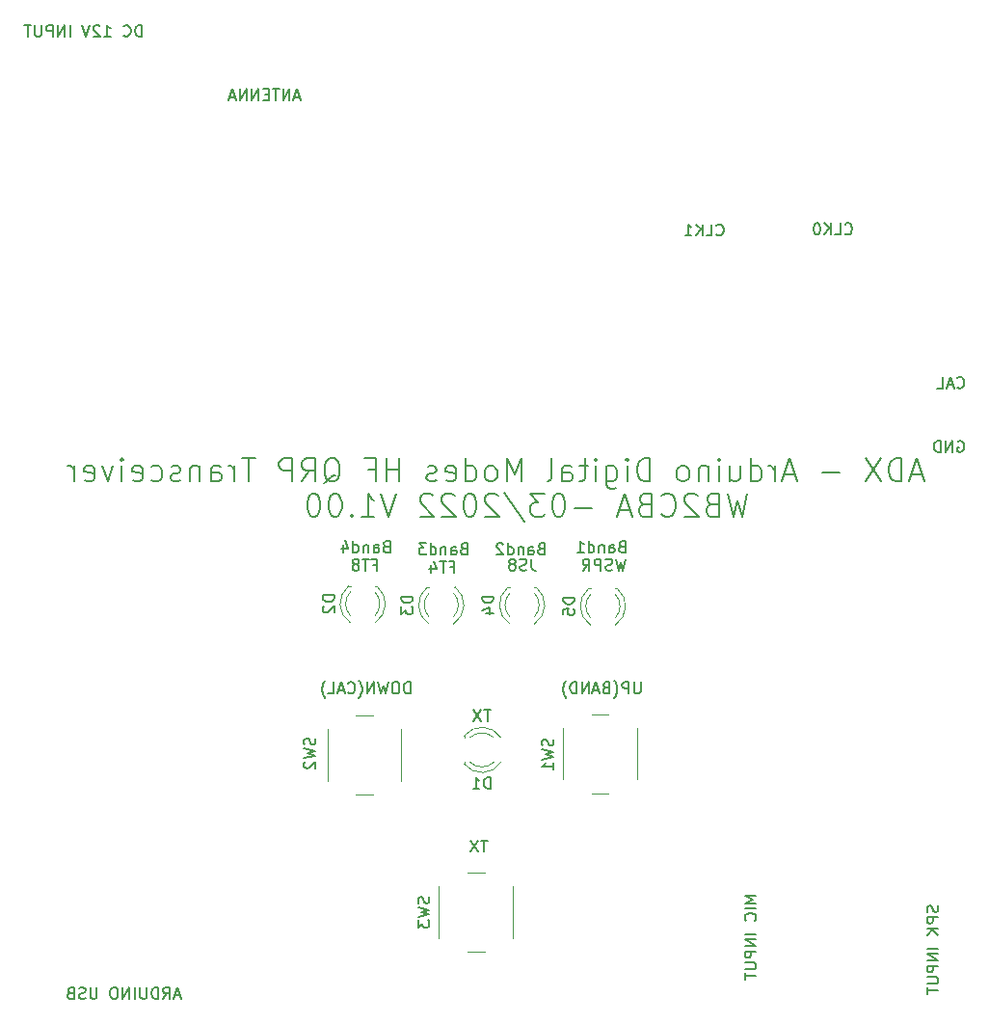
<source format=gbo>
G04 #@! TF.GenerationSoftware,KiCad,Pcbnew,(5.1.9)-1*
G04 #@! TF.CreationDate,2022-03-10T18:33:41-05:00*
G04 #@! TF.ProjectId,ADX,4144582e-6b69-4636-9164-5f7063625858,rev?*
G04 #@! TF.SameCoordinates,Original*
G04 #@! TF.FileFunction,Legend,Bot*
G04 #@! TF.FilePolarity,Positive*
%FSLAX46Y46*%
G04 Gerber Fmt 4.6, Leading zero omitted, Abs format (unit mm)*
G04 Created by KiCad (PCBNEW (5.1.9)-1) date 2022-03-10 18:33:41*
%MOMM*%
%LPD*%
G01*
G04 APERTURE LIST*
%ADD10C,0.150000*%
%ADD11C,0.120000*%
G04 APERTURE END LIST*
D10*
X128471428Y-41757142D02*
X128519047Y-41804761D01*
X128661904Y-41852380D01*
X128757142Y-41852380D01*
X128900000Y-41804761D01*
X128995238Y-41709523D01*
X129042857Y-41614285D01*
X129090476Y-41423809D01*
X129090476Y-41280952D01*
X129042857Y-41090476D01*
X128995238Y-40995238D01*
X128900000Y-40900000D01*
X128757142Y-40852380D01*
X128661904Y-40852380D01*
X128519047Y-40900000D01*
X128471428Y-40947619D01*
X127566666Y-41852380D02*
X128042857Y-41852380D01*
X128042857Y-40852380D01*
X127233333Y-41852380D02*
X127233333Y-40852380D01*
X126661904Y-41852380D02*
X127090476Y-41280952D01*
X126661904Y-40852380D02*
X127233333Y-41423809D01*
X125709523Y-41852380D02*
X126280952Y-41852380D01*
X125995238Y-41852380D02*
X125995238Y-40852380D01*
X126090476Y-40995238D01*
X126185714Y-41090476D01*
X126280952Y-41138095D01*
X139771428Y-41657142D02*
X139819047Y-41704761D01*
X139961904Y-41752380D01*
X140057142Y-41752380D01*
X140200000Y-41704761D01*
X140295238Y-41609523D01*
X140342857Y-41514285D01*
X140390476Y-41323809D01*
X140390476Y-41180952D01*
X140342857Y-40990476D01*
X140295238Y-40895238D01*
X140200000Y-40800000D01*
X140057142Y-40752380D01*
X139961904Y-40752380D01*
X139819047Y-40800000D01*
X139771428Y-40847619D01*
X138866666Y-41752380D02*
X139342857Y-41752380D01*
X139342857Y-40752380D01*
X138533333Y-41752380D02*
X138533333Y-40752380D01*
X137961904Y-41752380D02*
X138390476Y-41180952D01*
X137961904Y-40752380D02*
X138533333Y-41323809D01*
X137342857Y-40752380D02*
X137247619Y-40752380D01*
X137152380Y-40800000D01*
X137104761Y-40847619D01*
X137057142Y-40942857D01*
X137009523Y-41133333D01*
X137009523Y-41371428D01*
X137057142Y-41561904D01*
X137104761Y-41657142D01*
X137152380Y-41704761D01*
X137247619Y-41752380D01*
X137342857Y-41752380D01*
X137438095Y-41704761D01*
X137485714Y-41657142D01*
X137533333Y-41561904D01*
X137580952Y-41371428D01*
X137580952Y-41133333D01*
X137533333Y-40942857D01*
X137485714Y-40847619D01*
X137438095Y-40800000D01*
X137342857Y-40752380D01*
X81328571Y-108566666D02*
X80852380Y-108566666D01*
X81423809Y-108852380D02*
X81090476Y-107852380D01*
X80757142Y-108852380D01*
X79852380Y-108852380D02*
X80185714Y-108376190D01*
X80423809Y-108852380D02*
X80423809Y-107852380D01*
X80042857Y-107852380D01*
X79947619Y-107900000D01*
X79900000Y-107947619D01*
X79852380Y-108042857D01*
X79852380Y-108185714D01*
X79900000Y-108280952D01*
X79947619Y-108328571D01*
X80042857Y-108376190D01*
X80423809Y-108376190D01*
X79423809Y-108852380D02*
X79423809Y-107852380D01*
X79185714Y-107852380D01*
X79042857Y-107900000D01*
X78947619Y-107995238D01*
X78900000Y-108090476D01*
X78852380Y-108280952D01*
X78852380Y-108423809D01*
X78900000Y-108614285D01*
X78947619Y-108709523D01*
X79042857Y-108804761D01*
X79185714Y-108852380D01*
X79423809Y-108852380D01*
X78423809Y-107852380D02*
X78423809Y-108661904D01*
X78376190Y-108757142D01*
X78328571Y-108804761D01*
X78233333Y-108852380D01*
X78042857Y-108852380D01*
X77947619Y-108804761D01*
X77900000Y-108757142D01*
X77852380Y-108661904D01*
X77852380Y-107852380D01*
X77376190Y-108852380D02*
X77376190Y-107852380D01*
X76900000Y-108852380D02*
X76900000Y-107852380D01*
X76328571Y-108852380D01*
X76328571Y-107852380D01*
X75661904Y-107852380D02*
X75471428Y-107852380D01*
X75376190Y-107900000D01*
X75280952Y-107995238D01*
X75233333Y-108185714D01*
X75233333Y-108519047D01*
X75280952Y-108709523D01*
X75376190Y-108804761D01*
X75471428Y-108852380D01*
X75661904Y-108852380D01*
X75757142Y-108804761D01*
X75852380Y-108709523D01*
X75900000Y-108519047D01*
X75900000Y-108185714D01*
X75852380Y-107995238D01*
X75757142Y-107900000D01*
X75661904Y-107852380D01*
X74042857Y-107852380D02*
X74042857Y-108661904D01*
X73995238Y-108757142D01*
X73947619Y-108804761D01*
X73852380Y-108852380D01*
X73661904Y-108852380D01*
X73566666Y-108804761D01*
X73519047Y-108757142D01*
X73471428Y-108661904D01*
X73471428Y-107852380D01*
X73042857Y-108804761D02*
X72900000Y-108852380D01*
X72661904Y-108852380D01*
X72566666Y-108804761D01*
X72519047Y-108757142D01*
X72471428Y-108661904D01*
X72471428Y-108566666D01*
X72519047Y-108471428D01*
X72566666Y-108423809D01*
X72661904Y-108376190D01*
X72852380Y-108328571D01*
X72947619Y-108280952D01*
X72995238Y-108233333D01*
X73042857Y-108138095D01*
X73042857Y-108042857D01*
X72995238Y-107947619D01*
X72947619Y-107900000D01*
X72852380Y-107852380D01*
X72614285Y-107852380D01*
X72471428Y-107900000D01*
X71709523Y-108328571D02*
X71566666Y-108376190D01*
X71519047Y-108423809D01*
X71471428Y-108519047D01*
X71471428Y-108661904D01*
X71519047Y-108757142D01*
X71566666Y-108804761D01*
X71661904Y-108852380D01*
X72042857Y-108852380D01*
X72042857Y-107852380D01*
X71709523Y-107852380D01*
X71614285Y-107900000D01*
X71566666Y-107947619D01*
X71519047Y-108042857D01*
X71519047Y-108138095D01*
X71566666Y-108233333D01*
X71614285Y-108280952D01*
X71709523Y-108328571D01*
X72042857Y-108328571D01*
X147904761Y-100666666D02*
X147952380Y-100809523D01*
X147952380Y-101047619D01*
X147904761Y-101142857D01*
X147857142Y-101190476D01*
X147761904Y-101238095D01*
X147666666Y-101238095D01*
X147571428Y-101190476D01*
X147523809Y-101142857D01*
X147476190Y-101047619D01*
X147428571Y-100857142D01*
X147380952Y-100761904D01*
X147333333Y-100714285D01*
X147238095Y-100666666D01*
X147142857Y-100666666D01*
X147047619Y-100714285D01*
X147000000Y-100761904D01*
X146952380Y-100857142D01*
X146952380Y-101095238D01*
X147000000Y-101238095D01*
X147952380Y-101666666D02*
X146952380Y-101666666D01*
X146952380Y-102047619D01*
X147000000Y-102142857D01*
X147047619Y-102190476D01*
X147142857Y-102238095D01*
X147285714Y-102238095D01*
X147380952Y-102190476D01*
X147428571Y-102142857D01*
X147476190Y-102047619D01*
X147476190Y-101666666D01*
X147952380Y-102666666D02*
X146952380Y-102666666D01*
X147952380Y-103238095D02*
X147380952Y-102809523D01*
X146952380Y-103238095D02*
X147523809Y-102666666D01*
X147952380Y-104428571D02*
X146952380Y-104428571D01*
X147952380Y-104904761D02*
X146952380Y-104904761D01*
X147952380Y-105476190D01*
X146952380Y-105476190D01*
X147952380Y-105952380D02*
X146952380Y-105952380D01*
X146952380Y-106333333D01*
X147000000Y-106428571D01*
X147047619Y-106476190D01*
X147142857Y-106523809D01*
X147285714Y-106523809D01*
X147380952Y-106476190D01*
X147428571Y-106428571D01*
X147476190Y-106333333D01*
X147476190Y-105952380D01*
X146952380Y-106952380D02*
X147761904Y-106952380D01*
X147857142Y-107000000D01*
X147904761Y-107047619D01*
X147952380Y-107142857D01*
X147952380Y-107333333D01*
X147904761Y-107428571D01*
X147857142Y-107476190D01*
X147761904Y-107523809D01*
X146952380Y-107523809D01*
X146952380Y-107857142D02*
X146952380Y-108428571D01*
X147952380Y-108142857D02*
X146952380Y-108142857D01*
X131952380Y-99780952D02*
X130952380Y-99780952D01*
X131666666Y-100114285D01*
X130952380Y-100447619D01*
X131952380Y-100447619D01*
X131952380Y-100923809D02*
X130952380Y-100923809D01*
X131857142Y-101971428D02*
X131904761Y-101923809D01*
X131952380Y-101780952D01*
X131952380Y-101685714D01*
X131904761Y-101542857D01*
X131809523Y-101447619D01*
X131714285Y-101400000D01*
X131523809Y-101352380D01*
X131380952Y-101352380D01*
X131190476Y-101400000D01*
X131095238Y-101447619D01*
X131000000Y-101542857D01*
X130952380Y-101685714D01*
X130952380Y-101780952D01*
X131000000Y-101923809D01*
X131047619Y-101971428D01*
X131952380Y-103161904D02*
X130952380Y-103161904D01*
X131952380Y-103638095D02*
X130952380Y-103638095D01*
X131952380Y-104209523D01*
X130952380Y-104209523D01*
X131952380Y-104685714D02*
X130952380Y-104685714D01*
X130952380Y-105066666D01*
X131000000Y-105161904D01*
X131047619Y-105209523D01*
X131142857Y-105257142D01*
X131285714Y-105257142D01*
X131380952Y-105209523D01*
X131428571Y-105161904D01*
X131476190Y-105066666D01*
X131476190Y-104685714D01*
X130952380Y-105685714D02*
X131761904Y-105685714D01*
X131857142Y-105733333D01*
X131904761Y-105780952D01*
X131952380Y-105876190D01*
X131952380Y-106066666D01*
X131904761Y-106161904D01*
X131857142Y-106209523D01*
X131761904Y-106257142D01*
X130952380Y-106257142D01*
X130952380Y-106590476D02*
X130952380Y-107161904D01*
X131952380Y-106876190D02*
X130952380Y-106876190D01*
X77971428Y-24352380D02*
X77971428Y-23352380D01*
X77733333Y-23352380D01*
X77590476Y-23400000D01*
X77495238Y-23495238D01*
X77447619Y-23590476D01*
X77400000Y-23780952D01*
X77400000Y-23923809D01*
X77447619Y-24114285D01*
X77495238Y-24209523D01*
X77590476Y-24304761D01*
X77733333Y-24352380D01*
X77971428Y-24352380D01*
X76400000Y-24257142D02*
X76447619Y-24304761D01*
X76590476Y-24352380D01*
X76685714Y-24352380D01*
X76828571Y-24304761D01*
X76923809Y-24209523D01*
X76971428Y-24114285D01*
X77019047Y-23923809D01*
X77019047Y-23780952D01*
X76971428Y-23590476D01*
X76923809Y-23495238D01*
X76828571Y-23400000D01*
X76685714Y-23352380D01*
X76590476Y-23352380D01*
X76447619Y-23400000D01*
X76400000Y-23447619D01*
X74685714Y-24352380D02*
X75257142Y-24352380D01*
X74971428Y-24352380D02*
X74971428Y-23352380D01*
X75066666Y-23495238D01*
X75161904Y-23590476D01*
X75257142Y-23638095D01*
X74304761Y-23447619D02*
X74257142Y-23400000D01*
X74161904Y-23352380D01*
X73923809Y-23352380D01*
X73828571Y-23400000D01*
X73780952Y-23447619D01*
X73733333Y-23542857D01*
X73733333Y-23638095D01*
X73780952Y-23780952D01*
X74352380Y-24352380D01*
X73733333Y-24352380D01*
X73447619Y-23352380D02*
X73114285Y-24352380D01*
X72780952Y-23352380D01*
X71685714Y-24352380D02*
X71685714Y-23352380D01*
X71209523Y-24352380D02*
X71209523Y-23352380D01*
X70638095Y-24352380D01*
X70638095Y-23352380D01*
X70161904Y-24352380D02*
X70161904Y-23352380D01*
X69780952Y-23352380D01*
X69685714Y-23400000D01*
X69638095Y-23447619D01*
X69590476Y-23542857D01*
X69590476Y-23685714D01*
X69638095Y-23780952D01*
X69685714Y-23828571D01*
X69780952Y-23876190D01*
X70161904Y-23876190D01*
X69161904Y-23352380D02*
X69161904Y-24161904D01*
X69114285Y-24257142D01*
X69066666Y-24304761D01*
X68971428Y-24352380D01*
X68780952Y-24352380D01*
X68685714Y-24304761D01*
X68638095Y-24257142D01*
X68590476Y-24161904D01*
X68590476Y-23352380D01*
X68257142Y-23352380D02*
X67685714Y-23352380D01*
X67971428Y-24352380D02*
X67971428Y-23352380D01*
X91871428Y-29666666D02*
X91395238Y-29666666D01*
X91966666Y-29952380D02*
X91633333Y-28952380D01*
X91300000Y-29952380D01*
X90966666Y-29952380D02*
X90966666Y-28952380D01*
X90395238Y-29952380D01*
X90395238Y-28952380D01*
X90061904Y-28952380D02*
X89490476Y-28952380D01*
X89776190Y-29952380D02*
X89776190Y-28952380D01*
X89157142Y-29428571D02*
X88823809Y-29428571D01*
X88680952Y-29952380D02*
X89157142Y-29952380D01*
X89157142Y-28952380D01*
X88680952Y-28952380D01*
X88252380Y-29952380D02*
X88252380Y-28952380D01*
X87680952Y-29952380D01*
X87680952Y-28952380D01*
X87204761Y-29952380D02*
X87204761Y-28952380D01*
X86633333Y-29952380D01*
X86633333Y-28952380D01*
X86204761Y-29666666D02*
X85728571Y-29666666D01*
X86300000Y-29952380D02*
X85966666Y-28952380D01*
X85633333Y-29952380D01*
X149661904Y-59900000D02*
X149757142Y-59852380D01*
X149900000Y-59852380D01*
X150042857Y-59900000D01*
X150138095Y-59995238D01*
X150185714Y-60090476D01*
X150233333Y-60280952D01*
X150233333Y-60423809D01*
X150185714Y-60614285D01*
X150138095Y-60709523D01*
X150042857Y-60804761D01*
X149900000Y-60852380D01*
X149804761Y-60852380D01*
X149661904Y-60804761D01*
X149614285Y-60757142D01*
X149614285Y-60423809D01*
X149804761Y-60423809D01*
X149185714Y-60852380D02*
X149185714Y-59852380D01*
X148614285Y-60852380D01*
X148614285Y-59852380D01*
X148138095Y-60852380D02*
X148138095Y-59852380D01*
X147900000Y-59852380D01*
X147757142Y-59900000D01*
X147661904Y-59995238D01*
X147614285Y-60090476D01*
X147566666Y-60280952D01*
X147566666Y-60423809D01*
X147614285Y-60614285D01*
X147661904Y-60709523D01*
X147757142Y-60804761D01*
X147900000Y-60852380D01*
X148138095Y-60852380D01*
X149623809Y-55157142D02*
X149671428Y-55204761D01*
X149814285Y-55252380D01*
X149909523Y-55252380D01*
X150052380Y-55204761D01*
X150147619Y-55109523D01*
X150195238Y-55014285D01*
X150242857Y-54823809D01*
X150242857Y-54680952D01*
X150195238Y-54490476D01*
X150147619Y-54395238D01*
X150052380Y-54300000D01*
X149909523Y-54252380D01*
X149814285Y-54252380D01*
X149671428Y-54300000D01*
X149623809Y-54347619D01*
X149242857Y-54966666D02*
X148766666Y-54966666D01*
X149338095Y-55252380D02*
X149004761Y-54252380D01*
X148671428Y-55252380D01*
X147861904Y-55252380D02*
X148338095Y-55252380D01*
X148338095Y-54252380D01*
X131180952Y-64504761D02*
X130704761Y-66504761D01*
X130323809Y-65076190D01*
X129942857Y-66504761D01*
X129466666Y-64504761D01*
X128038095Y-65457142D02*
X127752380Y-65552380D01*
X127657142Y-65647619D01*
X127561904Y-65838095D01*
X127561904Y-66123809D01*
X127657142Y-66314285D01*
X127752380Y-66409523D01*
X127942857Y-66504761D01*
X128704761Y-66504761D01*
X128704761Y-64504761D01*
X128038095Y-64504761D01*
X127847619Y-64600000D01*
X127752380Y-64695238D01*
X127657142Y-64885714D01*
X127657142Y-65076190D01*
X127752380Y-65266666D01*
X127847619Y-65361904D01*
X128038095Y-65457142D01*
X128704761Y-65457142D01*
X126800000Y-64695238D02*
X126704761Y-64600000D01*
X126514285Y-64504761D01*
X126038095Y-64504761D01*
X125847619Y-64600000D01*
X125752380Y-64695238D01*
X125657142Y-64885714D01*
X125657142Y-65076190D01*
X125752380Y-65361904D01*
X126895238Y-66504761D01*
X125657142Y-66504761D01*
X123657142Y-66314285D02*
X123752380Y-66409523D01*
X124038095Y-66504761D01*
X124228571Y-66504761D01*
X124514285Y-66409523D01*
X124704761Y-66219047D01*
X124800000Y-66028571D01*
X124895238Y-65647619D01*
X124895238Y-65361904D01*
X124800000Y-64980952D01*
X124704761Y-64790476D01*
X124514285Y-64600000D01*
X124228571Y-64504761D01*
X124038095Y-64504761D01*
X123752380Y-64600000D01*
X123657142Y-64695238D01*
X122133333Y-65457142D02*
X121847619Y-65552380D01*
X121752380Y-65647619D01*
X121657142Y-65838095D01*
X121657142Y-66123809D01*
X121752380Y-66314285D01*
X121847619Y-66409523D01*
X122038095Y-66504761D01*
X122800000Y-66504761D01*
X122800000Y-64504761D01*
X122133333Y-64504761D01*
X121942857Y-64600000D01*
X121847619Y-64695238D01*
X121752380Y-64885714D01*
X121752380Y-65076190D01*
X121847619Y-65266666D01*
X121942857Y-65361904D01*
X122133333Y-65457142D01*
X122800000Y-65457142D01*
X120895238Y-65933333D02*
X119942857Y-65933333D01*
X121085714Y-66504761D02*
X120419047Y-64504761D01*
X119752380Y-66504761D01*
X117561904Y-65742857D02*
X116038095Y-65742857D01*
X114704761Y-64504761D02*
X114514285Y-64504761D01*
X114323809Y-64600000D01*
X114228571Y-64695238D01*
X114133333Y-64885714D01*
X114038095Y-65266666D01*
X114038095Y-65742857D01*
X114133333Y-66123809D01*
X114228571Y-66314285D01*
X114323809Y-66409523D01*
X114514285Y-66504761D01*
X114704761Y-66504761D01*
X114895238Y-66409523D01*
X114990476Y-66314285D01*
X115085714Y-66123809D01*
X115180952Y-65742857D01*
X115180952Y-65266666D01*
X115085714Y-64885714D01*
X114990476Y-64695238D01*
X114895238Y-64600000D01*
X114704761Y-64504761D01*
X113371428Y-64504761D02*
X112133333Y-64504761D01*
X112800000Y-65266666D01*
X112514285Y-65266666D01*
X112323809Y-65361904D01*
X112228571Y-65457142D01*
X112133333Y-65647619D01*
X112133333Y-66123809D01*
X112228571Y-66314285D01*
X112323809Y-66409523D01*
X112514285Y-66504761D01*
X113085714Y-66504761D01*
X113276190Y-66409523D01*
X113371428Y-66314285D01*
X109847619Y-64409523D02*
X111561904Y-66980952D01*
X109276190Y-64695238D02*
X109180952Y-64600000D01*
X108990476Y-64504761D01*
X108514285Y-64504761D01*
X108323809Y-64600000D01*
X108228571Y-64695238D01*
X108133333Y-64885714D01*
X108133333Y-65076190D01*
X108228571Y-65361904D01*
X109371428Y-66504761D01*
X108133333Y-66504761D01*
X106895238Y-64504761D02*
X106704761Y-64504761D01*
X106514285Y-64600000D01*
X106419047Y-64695238D01*
X106323809Y-64885714D01*
X106228571Y-65266666D01*
X106228571Y-65742857D01*
X106323809Y-66123809D01*
X106419047Y-66314285D01*
X106514285Y-66409523D01*
X106704761Y-66504761D01*
X106895238Y-66504761D01*
X107085714Y-66409523D01*
X107180952Y-66314285D01*
X107276190Y-66123809D01*
X107371428Y-65742857D01*
X107371428Y-65266666D01*
X107276190Y-64885714D01*
X107180952Y-64695238D01*
X107085714Y-64600000D01*
X106895238Y-64504761D01*
X105466666Y-64695238D02*
X105371428Y-64600000D01*
X105180952Y-64504761D01*
X104704761Y-64504761D01*
X104514285Y-64600000D01*
X104419047Y-64695238D01*
X104323809Y-64885714D01*
X104323809Y-65076190D01*
X104419047Y-65361904D01*
X105561904Y-66504761D01*
X104323809Y-66504761D01*
X103561904Y-64695238D02*
X103466666Y-64600000D01*
X103276190Y-64504761D01*
X102800000Y-64504761D01*
X102609523Y-64600000D01*
X102514285Y-64695238D01*
X102419047Y-64885714D01*
X102419047Y-65076190D01*
X102514285Y-65361904D01*
X103657142Y-66504761D01*
X102419047Y-66504761D01*
X100323809Y-64504761D02*
X99657142Y-66504761D01*
X98990476Y-64504761D01*
X97276190Y-66504761D02*
X98419047Y-66504761D01*
X97847619Y-66504761D02*
X97847619Y-64504761D01*
X98038095Y-64790476D01*
X98228571Y-64980952D01*
X98419047Y-65076190D01*
X96419047Y-66314285D02*
X96323809Y-66409523D01*
X96419047Y-66504761D01*
X96514285Y-66409523D01*
X96419047Y-66314285D01*
X96419047Y-66504761D01*
X95085714Y-64504761D02*
X94895238Y-64504761D01*
X94704761Y-64600000D01*
X94609523Y-64695238D01*
X94514285Y-64885714D01*
X94419047Y-65266666D01*
X94419047Y-65742857D01*
X94514285Y-66123809D01*
X94609523Y-66314285D01*
X94704761Y-66409523D01*
X94895238Y-66504761D01*
X95085714Y-66504761D01*
X95276190Y-66409523D01*
X95371428Y-66314285D01*
X95466666Y-66123809D01*
X95561904Y-65742857D01*
X95561904Y-65266666D01*
X95466666Y-64885714D01*
X95371428Y-64695238D01*
X95276190Y-64600000D01*
X95085714Y-64504761D01*
X93180952Y-64504761D02*
X92990476Y-64504761D01*
X92800000Y-64600000D01*
X92704761Y-64695238D01*
X92609523Y-64885714D01*
X92514285Y-65266666D01*
X92514285Y-65742857D01*
X92609523Y-66123809D01*
X92704761Y-66314285D01*
X92800000Y-66409523D01*
X92990476Y-66504761D01*
X93180952Y-66504761D01*
X93371428Y-66409523D01*
X93466666Y-66314285D01*
X93561904Y-66123809D01*
X93657142Y-65742857D01*
X93657142Y-65266666D01*
X93561904Y-64885714D01*
X93466666Y-64695238D01*
X93371428Y-64600000D01*
X93180952Y-64504761D01*
X146528571Y-62833333D02*
X145576190Y-62833333D01*
X146719047Y-63404761D02*
X146052380Y-61404761D01*
X145385714Y-63404761D01*
X144719047Y-63404761D02*
X144719047Y-61404761D01*
X144242857Y-61404761D01*
X143957142Y-61500000D01*
X143766666Y-61690476D01*
X143671428Y-61880952D01*
X143576190Y-62261904D01*
X143576190Y-62547619D01*
X143671428Y-62928571D01*
X143766666Y-63119047D01*
X143957142Y-63309523D01*
X144242857Y-63404761D01*
X144719047Y-63404761D01*
X142909523Y-61404761D02*
X141576190Y-63404761D01*
X141576190Y-61404761D02*
X142909523Y-63404761D01*
X139290476Y-62642857D02*
X137766666Y-62642857D01*
X135385714Y-62833333D02*
X134433333Y-62833333D01*
X135576190Y-63404761D02*
X134909523Y-61404761D01*
X134242857Y-63404761D01*
X133576190Y-63404761D02*
X133576190Y-62071428D01*
X133576190Y-62452380D02*
X133480952Y-62261904D01*
X133385714Y-62166666D01*
X133195238Y-62071428D01*
X133004761Y-62071428D01*
X131480952Y-63404761D02*
X131480952Y-61404761D01*
X131480952Y-63309523D02*
X131671428Y-63404761D01*
X132052380Y-63404761D01*
X132242857Y-63309523D01*
X132338095Y-63214285D01*
X132433333Y-63023809D01*
X132433333Y-62452380D01*
X132338095Y-62261904D01*
X132242857Y-62166666D01*
X132052380Y-62071428D01*
X131671428Y-62071428D01*
X131480952Y-62166666D01*
X129671428Y-62071428D02*
X129671428Y-63404761D01*
X130528571Y-62071428D02*
X130528571Y-63119047D01*
X130433333Y-63309523D01*
X130242857Y-63404761D01*
X129957142Y-63404761D01*
X129766666Y-63309523D01*
X129671428Y-63214285D01*
X128719047Y-63404761D02*
X128719047Y-62071428D01*
X128719047Y-61404761D02*
X128814285Y-61500000D01*
X128719047Y-61595238D01*
X128623809Y-61500000D01*
X128719047Y-61404761D01*
X128719047Y-61595238D01*
X127766666Y-62071428D02*
X127766666Y-63404761D01*
X127766666Y-62261904D02*
X127671428Y-62166666D01*
X127480952Y-62071428D01*
X127195238Y-62071428D01*
X127004761Y-62166666D01*
X126909523Y-62357142D01*
X126909523Y-63404761D01*
X125671428Y-63404761D02*
X125861904Y-63309523D01*
X125957142Y-63214285D01*
X126052380Y-63023809D01*
X126052380Y-62452380D01*
X125957142Y-62261904D01*
X125861904Y-62166666D01*
X125671428Y-62071428D01*
X125385714Y-62071428D01*
X125195238Y-62166666D01*
X125100000Y-62261904D01*
X125004761Y-62452380D01*
X125004761Y-63023809D01*
X125100000Y-63214285D01*
X125195238Y-63309523D01*
X125385714Y-63404761D01*
X125671428Y-63404761D01*
X122623809Y-63404761D02*
X122623809Y-61404761D01*
X122147619Y-61404761D01*
X121861904Y-61500000D01*
X121671428Y-61690476D01*
X121576190Y-61880952D01*
X121480952Y-62261904D01*
X121480952Y-62547619D01*
X121576190Y-62928571D01*
X121671428Y-63119047D01*
X121861904Y-63309523D01*
X122147619Y-63404761D01*
X122623809Y-63404761D01*
X120623809Y-63404761D02*
X120623809Y-62071428D01*
X120623809Y-61404761D02*
X120719047Y-61500000D01*
X120623809Y-61595238D01*
X120528571Y-61500000D01*
X120623809Y-61404761D01*
X120623809Y-61595238D01*
X118814285Y-62071428D02*
X118814285Y-63690476D01*
X118909523Y-63880952D01*
X119004761Y-63976190D01*
X119195238Y-64071428D01*
X119480952Y-64071428D01*
X119671428Y-63976190D01*
X118814285Y-63309523D02*
X119004761Y-63404761D01*
X119385714Y-63404761D01*
X119576190Y-63309523D01*
X119671428Y-63214285D01*
X119766666Y-63023809D01*
X119766666Y-62452380D01*
X119671428Y-62261904D01*
X119576190Y-62166666D01*
X119385714Y-62071428D01*
X119004761Y-62071428D01*
X118814285Y-62166666D01*
X117861904Y-63404761D02*
X117861904Y-62071428D01*
X117861904Y-61404761D02*
X117957142Y-61500000D01*
X117861904Y-61595238D01*
X117766666Y-61500000D01*
X117861904Y-61404761D01*
X117861904Y-61595238D01*
X117195238Y-62071428D02*
X116433333Y-62071428D01*
X116909523Y-61404761D02*
X116909523Y-63119047D01*
X116814285Y-63309523D01*
X116623809Y-63404761D01*
X116433333Y-63404761D01*
X114909523Y-63404761D02*
X114909523Y-62357142D01*
X115004761Y-62166666D01*
X115195238Y-62071428D01*
X115576190Y-62071428D01*
X115766666Y-62166666D01*
X114909523Y-63309523D02*
X115100000Y-63404761D01*
X115576190Y-63404761D01*
X115766666Y-63309523D01*
X115861904Y-63119047D01*
X115861904Y-62928571D01*
X115766666Y-62738095D01*
X115576190Y-62642857D01*
X115100000Y-62642857D01*
X114909523Y-62547619D01*
X113671428Y-63404761D02*
X113861904Y-63309523D01*
X113957142Y-63119047D01*
X113957142Y-61404761D01*
X111385714Y-63404761D02*
X111385714Y-61404761D01*
X110719047Y-62833333D01*
X110052380Y-61404761D01*
X110052380Y-63404761D01*
X108814285Y-63404761D02*
X109004761Y-63309523D01*
X109100000Y-63214285D01*
X109195238Y-63023809D01*
X109195238Y-62452380D01*
X109100000Y-62261904D01*
X109004761Y-62166666D01*
X108814285Y-62071428D01*
X108528571Y-62071428D01*
X108338095Y-62166666D01*
X108242857Y-62261904D01*
X108147619Y-62452380D01*
X108147619Y-63023809D01*
X108242857Y-63214285D01*
X108338095Y-63309523D01*
X108528571Y-63404761D01*
X108814285Y-63404761D01*
X106433333Y-63404761D02*
X106433333Y-61404761D01*
X106433333Y-63309523D02*
X106623809Y-63404761D01*
X107004761Y-63404761D01*
X107195238Y-63309523D01*
X107290476Y-63214285D01*
X107385714Y-63023809D01*
X107385714Y-62452380D01*
X107290476Y-62261904D01*
X107195238Y-62166666D01*
X107004761Y-62071428D01*
X106623809Y-62071428D01*
X106433333Y-62166666D01*
X104719047Y-63309523D02*
X104909523Y-63404761D01*
X105290476Y-63404761D01*
X105480952Y-63309523D01*
X105576190Y-63119047D01*
X105576190Y-62357142D01*
X105480952Y-62166666D01*
X105290476Y-62071428D01*
X104909523Y-62071428D01*
X104719047Y-62166666D01*
X104623809Y-62357142D01*
X104623809Y-62547619D01*
X105576190Y-62738095D01*
X103861904Y-63309523D02*
X103671428Y-63404761D01*
X103290476Y-63404761D01*
X103100000Y-63309523D01*
X103004761Y-63119047D01*
X103004761Y-63023809D01*
X103100000Y-62833333D01*
X103290476Y-62738095D01*
X103576190Y-62738095D01*
X103766666Y-62642857D01*
X103861904Y-62452380D01*
X103861904Y-62357142D01*
X103766666Y-62166666D01*
X103576190Y-62071428D01*
X103290476Y-62071428D01*
X103100000Y-62166666D01*
X100623809Y-63404761D02*
X100623809Y-61404761D01*
X100623809Y-62357142D02*
X99480952Y-62357142D01*
X99480952Y-63404761D02*
X99480952Y-61404761D01*
X97861904Y-62357142D02*
X98528571Y-62357142D01*
X98528571Y-63404761D02*
X98528571Y-61404761D01*
X97576190Y-61404761D01*
X93957142Y-63595238D02*
X94147619Y-63500000D01*
X94338095Y-63309523D01*
X94623809Y-63023809D01*
X94814285Y-62928571D01*
X95004761Y-62928571D01*
X94909523Y-63404761D02*
X95100000Y-63309523D01*
X95290476Y-63119047D01*
X95385714Y-62738095D01*
X95385714Y-62071428D01*
X95290476Y-61690476D01*
X95100000Y-61500000D01*
X94909523Y-61404761D01*
X94528571Y-61404761D01*
X94338095Y-61500000D01*
X94147619Y-61690476D01*
X94052380Y-62071428D01*
X94052380Y-62738095D01*
X94147619Y-63119047D01*
X94338095Y-63309523D01*
X94528571Y-63404761D01*
X94909523Y-63404761D01*
X92052380Y-63404761D02*
X92719047Y-62452380D01*
X93195238Y-63404761D02*
X93195238Y-61404761D01*
X92433333Y-61404761D01*
X92242857Y-61500000D01*
X92147619Y-61595238D01*
X92052380Y-61785714D01*
X92052380Y-62071428D01*
X92147619Y-62261904D01*
X92242857Y-62357142D01*
X92433333Y-62452380D01*
X93195238Y-62452380D01*
X91195238Y-63404761D02*
X91195238Y-61404761D01*
X90433333Y-61404761D01*
X90242857Y-61500000D01*
X90147619Y-61595238D01*
X90052380Y-61785714D01*
X90052380Y-62071428D01*
X90147619Y-62261904D01*
X90242857Y-62357142D01*
X90433333Y-62452380D01*
X91195238Y-62452380D01*
X87957142Y-61404761D02*
X86814285Y-61404761D01*
X87385714Y-63404761D02*
X87385714Y-61404761D01*
X86147619Y-63404761D02*
X86147619Y-62071428D01*
X86147619Y-62452380D02*
X86052380Y-62261904D01*
X85957142Y-62166666D01*
X85766666Y-62071428D01*
X85576190Y-62071428D01*
X84052380Y-63404761D02*
X84052380Y-62357142D01*
X84147619Y-62166666D01*
X84338095Y-62071428D01*
X84719047Y-62071428D01*
X84909523Y-62166666D01*
X84052380Y-63309523D02*
X84242857Y-63404761D01*
X84719047Y-63404761D01*
X84909523Y-63309523D01*
X85004761Y-63119047D01*
X85004761Y-62928571D01*
X84909523Y-62738095D01*
X84719047Y-62642857D01*
X84242857Y-62642857D01*
X84052380Y-62547619D01*
X83100000Y-62071428D02*
X83100000Y-63404761D01*
X83100000Y-62261904D02*
X83004761Y-62166666D01*
X82814285Y-62071428D01*
X82528571Y-62071428D01*
X82338095Y-62166666D01*
X82242857Y-62357142D01*
X82242857Y-63404761D01*
X81385714Y-63309523D02*
X81195238Y-63404761D01*
X80814285Y-63404761D01*
X80623809Y-63309523D01*
X80528571Y-63119047D01*
X80528571Y-63023809D01*
X80623809Y-62833333D01*
X80814285Y-62738095D01*
X81100000Y-62738095D01*
X81290476Y-62642857D01*
X81385714Y-62452380D01*
X81385714Y-62357142D01*
X81290476Y-62166666D01*
X81100000Y-62071428D01*
X80814285Y-62071428D01*
X80623809Y-62166666D01*
X78814285Y-63309523D02*
X79004761Y-63404761D01*
X79385714Y-63404761D01*
X79576190Y-63309523D01*
X79671428Y-63214285D01*
X79766666Y-63023809D01*
X79766666Y-62452380D01*
X79671428Y-62261904D01*
X79576190Y-62166666D01*
X79385714Y-62071428D01*
X79004761Y-62071428D01*
X78814285Y-62166666D01*
X77195238Y-63309523D02*
X77385714Y-63404761D01*
X77766666Y-63404761D01*
X77957142Y-63309523D01*
X78052380Y-63119047D01*
X78052380Y-62357142D01*
X77957142Y-62166666D01*
X77766666Y-62071428D01*
X77385714Y-62071428D01*
X77195238Y-62166666D01*
X77100000Y-62357142D01*
X77100000Y-62547619D01*
X78052380Y-62738095D01*
X76242857Y-63404761D02*
X76242857Y-62071428D01*
X76242857Y-61404761D02*
X76338095Y-61500000D01*
X76242857Y-61595238D01*
X76147619Y-61500000D01*
X76242857Y-61404761D01*
X76242857Y-61595238D01*
X75480952Y-62071428D02*
X75004761Y-63404761D01*
X74528571Y-62071428D01*
X73004761Y-63309523D02*
X73195238Y-63404761D01*
X73576190Y-63404761D01*
X73766666Y-63309523D01*
X73861904Y-63119047D01*
X73861904Y-62357142D01*
X73766666Y-62166666D01*
X73576190Y-62071428D01*
X73195238Y-62071428D01*
X73004761Y-62166666D01*
X72909523Y-62357142D01*
X72909523Y-62547619D01*
X73861904Y-62738095D01*
X72052380Y-63404761D02*
X72052380Y-62071428D01*
X72052380Y-62452380D02*
X71957142Y-62261904D01*
X71861904Y-62166666D01*
X71671428Y-62071428D01*
X71480952Y-62071428D01*
X99461904Y-69128571D02*
X99319047Y-69176190D01*
X99271428Y-69223809D01*
X99223809Y-69319047D01*
X99223809Y-69461904D01*
X99271428Y-69557142D01*
X99319047Y-69604761D01*
X99414285Y-69652380D01*
X99795238Y-69652380D01*
X99795238Y-68652380D01*
X99461904Y-68652380D01*
X99366666Y-68700000D01*
X99319047Y-68747619D01*
X99271428Y-68842857D01*
X99271428Y-68938095D01*
X99319047Y-69033333D01*
X99366666Y-69080952D01*
X99461904Y-69128571D01*
X99795238Y-69128571D01*
X98366666Y-69652380D02*
X98366666Y-69128571D01*
X98414285Y-69033333D01*
X98509523Y-68985714D01*
X98700000Y-68985714D01*
X98795238Y-69033333D01*
X98366666Y-69604761D02*
X98461904Y-69652380D01*
X98700000Y-69652380D01*
X98795238Y-69604761D01*
X98842857Y-69509523D01*
X98842857Y-69414285D01*
X98795238Y-69319047D01*
X98700000Y-69271428D01*
X98461904Y-69271428D01*
X98366666Y-69223809D01*
X97890476Y-68985714D02*
X97890476Y-69652380D01*
X97890476Y-69080952D02*
X97842857Y-69033333D01*
X97747619Y-68985714D01*
X97604761Y-68985714D01*
X97509523Y-69033333D01*
X97461904Y-69128571D01*
X97461904Y-69652380D01*
X96557142Y-69652380D02*
X96557142Y-68652380D01*
X96557142Y-69604761D02*
X96652380Y-69652380D01*
X96842857Y-69652380D01*
X96938095Y-69604761D01*
X96985714Y-69557142D01*
X97033333Y-69461904D01*
X97033333Y-69176190D01*
X96985714Y-69080952D01*
X96938095Y-69033333D01*
X96842857Y-68985714D01*
X96652380Y-68985714D01*
X96557142Y-69033333D01*
X95652380Y-68985714D02*
X95652380Y-69652380D01*
X95890476Y-68604761D02*
X96128571Y-69319047D01*
X95509523Y-69319047D01*
X106261904Y-69328571D02*
X106119047Y-69376190D01*
X106071428Y-69423809D01*
X106023809Y-69519047D01*
X106023809Y-69661904D01*
X106071428Y-69757142D01*
X106119047Y-69804761D01*
X106214285Y-69852380D01*
X106595238Y-69852380D01*
X106595238Y-68852380D01*
X106261904Y-68852380D01*
X106166666Y-68900000D01*
X106119047Y-68947619D01*
X106071428Y-69042857D01*
X106071428Y-69138095D01*
X106119047Y-69233333D01*
X106166666Y-69280952D01*
X106261904Y-69328571D01*
X106595238Y-69328571D01*
X105166666Y-69852380D02*
X105166666Y-69328571D01*
X105214285Y-69233333D01*
X105309523Y-69185714D01*
X105500000Y-69185714D01*
X105595238Y-69233333D01*
X105166666Y-69804761D02*
X105261904Y-69852380D01*
X105500000Y-69852380D01*
X105595238Y-69804761D01*
X105642857Y-69709523D01*
X105642857Y-69614285D01*
X105595238Y-69519047D01*
X105500000Y-69471428D01*
X105261904Y-69471428D01*
X105166666Y-69423809D01*
X104690476Y-69185714D02*
X104690476Y-69852380D01*
X104690476Y-69280952D02*
X104642857Y-69233333D01*
X104547619Y-69185714D01*
X104404761Y-69185714D01*
X104309523Y-69233333D01*
X104261904Y-69328571D01*
X104261904Y-69852380D01*
X103357142Y-69852380D02*
X103357142Y-68852380D01*
X103357142Y-69804761D02*
X103452380Y-69852380D01*
X103642857Y-69852380D01*
X103738095Y-69804761D01*
X103785714Y-69757142D01*
X103833333Y-69661904D01*
X103833333Y-69376190D01*
X103785714Y-69280952D01*
X103738095Y-69233333D01*
X103642857Y-69185714D01*
X103452380Y-69185714D01*
X103357142Y-69233333D01*
X102976190Y-68852380D02*
X102357142Y-68852380D01*
X102690476Y-69233333D01*
X102547619Y-69233333D01*
X102452380Y-69280952D01*
X102404761Y-69328571D01*
X102357142Y-69423809D01*
X102357142Y-69661904D01*
X102404761Y-69757142D01*
X102452380Y-69804761D01*
X102547619Y-69852380D01*
X102833333Y-69852380D01*
X102928571Y-69804761D01*
X102976190Y-69757142D01*
X113061904Y-69328571D02*
X112919047Y-69376190D01*
X112871428Y-69423809D01*
X112823809Y-69519047D01*
X112823809Y-69661904D01*
X112871428Y-69757142D01*
X112919047Y-69804761D01*
X113014285Y-69852380D01*
X113395238Y-69852380D01*
X113395238Y-68852380D01*
X113061904Y-68852380D01*
X112966666Y-68900000D01*
X112919047Y-68947619D01*
X112871428Y-69042857D01*
X112871428Y-69138095D01*
X112919047Y-69233333D01*
X112966666Y-69280952D01*
X113061904Y-69328571D01*
X113395238Y-69328571D01*
X111966666Y-69852380D02*
X111966666Y-69328571D01*
X112014285Y-69233333D01*
X112109523Y-69185714D01*
X112300000Y-69185714D01*
X112395238Y-69233333D01*
X111966666Y-69804761D02*
X112061904Y-69852380D01*
X112300000Y-69852380D01*
X112395238Y-69804761D01*
X112442857Y-69709523D01*
X112442857Y-69614285D01*
X112395238Y-69519047D01*
X112300000Y-69471428D01*
X112061904Y-69471428D01*
X111966666Y-69423809D01*
X111490476Y-69185714D02*
X111490476Y-69852380D01*
X111490476Y-69280952D02*
X111442857Y-69233333D01*
X111347619Y-69185714D01*
X111204761Y-69185714D01*
X111109523Y-69233333D01*
X111061904Y-69328571D01*
X111061904Y-69852380D01*
X110157142Y-69852380D02*
X110157142Y-68852380D01*
X110157142Y-69804761D02*
X110252380Y-69852380D01*
X110442857Y-69852380D01*
X110538095Y-69804761D01*
X110585714Y-69757142D01*
X110633333Y-69661904D01*
X110633333Y-69376190D01*
X110585714Y-69280952D01*
X110538095Y-69233333D01*
X110442857Y-69185714D01*
X110252380Y-69185714D01*
X110157142Y-69233333D01*
X109728571Y-68947619D02*
X109680952Y-68900000D01*
X109585714Y-68852380D01*
X109347619Y-68852380D01*
X109252380Y-68900000D01*
X109204761Y-68947619D01*
X109157142Y-69042857D01*
X109157142Y-69138095D01*
X109204761Y-69280952D01*
X109776190Y-69852380D01*
X109157142Y-69852380D01*
X120161904Y-69128571D02*
X120019047Y-69176190D01*
X119971428Y-69223809D01*
X119923809Y-69319047D01*
X119923809Y-69461904D01*
X119971428Y-69557142D01*
X120019047Y-69604761D01*
X120114285Y-69652380D01*
X120495238Y-69652380D01*
X120495238Y-68652380D01*
X120161904Y-68652380D01*
X120066666Y-68700000D01*
X120019047Y-68747619D01*
X119971428Y-68842857D01*
X119971428Y-68938095D01*
X120019047Y-69033333D01*
X120066666Y-69080952D01*
X120161904Y-69128571D01*
X120495238Y-69128571D01*
X119066666Y-69652380D02*
X119066666Y-69128571D01*
X119114285Y-69033333D01*
X119209523Y-68985714D01*
X119400000Y-68985714D01*
X119495238Y-69033333D01*
X119066666Y-69604761D02*
X119161904Y-69652380D01*
X119400000Y-69652380D01*
X119495238Y-69604761D01*
X119542857Y-69509523D01*
X119542857Y-69414285D01*
X119495238Y-69319047D01*
X119400000Y-69271428D01*
X119161904Y-69271428D01*
X119066666Y-69223809D01*
X118590476Y-68985714D02*
X118590476Y-69652380D01*
X118590476Y-69080952D02*
X118542857Y-69033333D01*
X118447619Y-68985714D01*
X118304761Y-68985714D01*
X118209523Y-69033333D01*
X118161904Y-69128571D01*
X118161904Y-69652380D01*
X117257142Y-69652380D02*
X117257142Y-68652380D01*
X117257142Y-69604761D02*
X117352380Y-69652380D01*
X117542857Y-69652380D01*
X117638095Y-69604761D01*
X117685714Y-69557142D01*
X117733333Y-69461904D01*
X117733333Y-69176190D01*
X117685714Y-69080952D01*
X117638095Y-69033333D01*
X117542857Y-68985714D01*
X117352380Y-68985714D01*
X117257142Y-69033333D01*
X116257142Y-69652380D02*
X116828571Y-69652380D01*
X116542857Y-69652380D02*
X116542857Y-68652380D01*
X116638095Y-68795238D01*
X116733333Y-68890476D01*
X116828571Y-68938095D01*
D11*
X110600000Y-99000000D02*
X110600000Y-103500000D01*
X106600000Y-97750000D02*
X108100000Y-97750000D01*
X104100000Y-103500000D02*
X104100000Y-99000000D01*
X108100000Y-104750000D02*
X106600000Y-104750000D01*
X98300000Y-90950000D02*
X96800000Y-90950000D01*
X94300000Y-89700000D02*
X94300000Y-85200000D01*
X96800000Y-83950000D02*
X98300000Y-83950000D01*
X100800000Y-85200000D02*
X100800000Y-89700000D01*
X119000000Y-90850000D02*
X117500000Y-90850000D01*
X115000000Y-89600000D02*
X115000000Y-85100000D01*
X117500000Y-83850000D02*
X119000000Y-83850000D01*
X121500000Y-85100000D02*
X121500000Y-89600000D01*
X119580000Y-72810000D02*
X119736000Y-72810000D01*
X117264000Y-72810000D02*
X117420000Y-72810000D01*
X119579837Y-75411130D02*
G75*
G03*
X119580000Y-73329039I-1079837J1041130D01*
G01*
X117420163Y-75411130D02*
G75*
G02*
X117420000Y-73329039I1079837J1041130D01*
G01*
X119578608Y-76042335D02*
G75*
G03*
X119735516Y-72810000I-1078608J1672335D01*
G01*
X117421392Y-76042335D02*
G75*
G02*
X117264484Y-72810000I1078608J1672335D01*
G01*
X112480000Y-72710000D02*
X112636000Y-72710000D01*
X110164000Y-72710000D02*
X110320000Y-72710000D01*
X112479837Y-75311130D02*
G75*
G03*
X112480000Y-73229039I-1079837J1041130D01*
G01*
X110320163Y-75311130D02*
G75*
G02*
X110320000Y-73229039I1079837J1041130D01*
G01*
X112478608Y-75942335D02*
G75*
G03*
X112635516Y-72710000I-1078608J1672335D01*
G01*
X110321392Y-75942335D02*
G75*
G02*
X110164484Y-72710000I1078608J1672335D01*
G01*
X105380000Y-72710000D02*
X105536000Y-72710000D01*
X103064000Y-72710000D02*
X103220000Y-72710000D01*
X105379837Y-75311130D02*
G75*
G03*
X105380000Y-73229039I-1079837J1041130D01*
G01*
X103220163Y-75311130D02*
G75*
G02*
X103220000Y-73229039I1079837J1041130D01*
G01*
X105378608Y-75942335D02*
G75*
G03*
X105535516Y-72710000I-1078608J1672335D01*
G01*
X103221392Y-75942335D02*
G75*
G02*
X103064484Y-72710000I1078608J1672335D01*
G01*
X98480000Y-72610000D02*
X98636000Y-72610000D01*
X96164000Y-72610000D02*
X96320000Y-72610000D01*
X98479837Y-75211130D02*
G75*
G03*
X98480000Y-73129039I-1079837J1041130D01*
G01*
X96320163Y-75211130D02*
G75*
G02*
X96320000Y-73129039I1079837J1041130D01*
G01*
X98478608Y-75842335D02*
G75*
G03*
X98635516Y-72610000I-1078608J1672335D01*
G01*
X96321392Y-75842335D02*
G75*
G02*
X96164484Y-72610000I1078608J1672335D01*
G01*
X106310000Y-85920000D02*
X106310000Y-85764000D01*
X106310000Y-88236000D02*
X106310000Y-88080000D01*
X108911130Y-85920163D02*
G75*
G03*
X106829039Y-85920000I-1041130J-1079837D01*
G01*
X108911130Y-88079837D02*
G75*
G02*
X106829039Y-88080000I-1041130J1079837D01*
G01*
X109542335Y-85921392D02*
G75*
G03*
X106310000Y-85764484I-1672335J-1078608D01*
G01*
X109542335Y-88078608D02*
G75*
G02*
X106310000Y-88235516I-1672335J1078608D01*
G01*
D10*
X103204761Y-99916666D02*
X103252380Y-100059523D01*
X103252380Y-100297619D01*
X103204761Y-100392857D01*
X103157142Y-100440476D01*
X103061904Y-100488095D01*
X102966666Y-100488095D01*
X102871428Y-100440476D01*
X102823809Y-100392857D01*
X102776190Y-100297619D01*
X102728571Y-100107142D01*
X102680952Y-100011904D01*
X102633333Y-99964285D01*
X102538095Y-99916666D01*
X102442857Y-99916666D01*
X102347619Y-99964285D01*
X102300000Y-100011904D01*
X102252380Y-100107142D01*
X102252380Y-100345238D01*
X102300000Y-100488095D01*
X102252380Y-100821428D02*
X103252380Y-101059523D01*
X102538095Y-101250000D01*
X103252380Y-101440476D01*
X102252380Y-101678571D01*
X102252380Y-101964285D02*
X102252380Y-102583333D01*
X102633333Y-102250000D01*
X102633333Y-102392857D01*
X102680952Y-102488095D01*
X102728571Y-102535714D01*
X102823809Y-102583333D01*
X103061904Y-102583333D01*
X103157142Y-102535714D01*
X103204761Y-102488095D01*
X103252380Y-102392857D01*
X103252380Y-102107142D01*
X103204761Y-102011904D01*
X103157142Y-101964285D01*
X108361904Y-94952380D02*
X107790476Y-94952380D01*
X108076190Y-95952380D02*
X108076190Y-94952380D01*
X107552380Y-94952380D02*
X106885714Y-95952380D01*
X106885714Y-94952380D02*
X107552380Y-95952380D01*
X93204761Y-85966666D02*
X93252380Y-86109523D01*
X93252380Y-86347619D01*
X93204761Y-86442857D01*
X93157142Y-86490476D01*
X93061904Y-86538095D01*
X92966666Y-86538095D01*
X92871428Y-86490476D01*
X92823809Y-86442857D01*
X92776190Y-86347619D01*
X92728571Y-86157142D01*
X92680952Y-86061904D01*
X92633333Y-86014285D01*
X92538095Y-85966666D01*
X92442857Y-85966666D01*
X92347619Y-86014285D01*
X92300000Y-86061904D01*
X92252380Y-86157142D01*
X92252380Y-86395238D01*
X92300000Y-86538095D01*
X92252380Y-86871428D02*
X93252380Y-87109523D01*
X92538095Y-87300000D01*
X93252380Y-87490476D01*
X92252380Y-87728571D01*
X92347619Y-88061904D02*
X92300000Y-88109523D01*
X92252380Y-88204761D01*
X92252380Y-88442857D01*
X92300000Y-88538095D01*
X92347619Y-88585714D01*
X92442857Y-88633333D01*
X92538095Y-88633333D01*
X92680952Y-88585714D01*
X93252380Y-88014285D01*
X93252380Y-88633333D01*
X101580952Y-82052380D02*
X101580952Y-81052380D01*
X101342857Y-81052380D01*
X101200000Y-81100000D01*
X101104761Y-81195238D01*
X101057142Y-81290476D01*
X101009523Y-81480952D01*
X101009523Y-81623809D01*
X101057142Y-81814285D01*
X101104761Y-81909523D01*
X101200000Y-82004761D01*
X101342857Y-82052380D01*
X101580952Y-82052380D01*
X100390476Y-81052380D02*
X100200000Y-81052380D01*
X100104761Y-81100000D01*
X100009523Y-81195238D01*
X99961904Y-81385714D01*
X99961904Y-81719047D01*
X100009523Y-81909523D01*
X100104761Y-82004761D01*
X100200000Y-82052380D01*
X100390476Y-82052380D01*
X100485714Y-82004761D01*
X100580952Y-81909523D01*
X100628571Y-81719047D01*
X100628571Y-81385714D01*
X100580952Y-81195238D01*
X100485714Y-81100000D01*
X100390476Y-81052380D01*
X99628571Y-81052380D02*
X99390476Y-82052380D01*
X99200000Y-81338095D01*
X99009523Y-82052380D01*
X98771428Y-81052380D01*
X98390476Y-82052380D02*
X98390476Y-81052380D01*
X97819047Y-82052380D01*
X97819047Y-81052380D01*
X97057142Y-82433333D02*
X97104761Y-82385714D01*
X97200000Y-82242857D01*
X97247619Y-82147619D01*
X97295238Y-82004761D01*
X97342857Y-81766666D01*
X97342857Y-81576190D01*
X97295238Y-81338095D01*
X97247619Y-81195238D01*
X97200000Y-81100000D01*
X97104761Y-80957142D01*
X97057142Y-80909523D01*
X96104761Y-81957142D02*
X96152380Y-82004761D01*
X96295238Y-82052380D01*
X96390476Y-82052380D01*
X96533333Y-82004761D01*
X96628571Y-81909523D01*
X96676190Y-81814285D01*
X96723809Y-81623809D01*
X96723809Y-81480952D01*
X96676190Y-81290476D01*
X96628571Y-81195238D01*
X96533333Y-81100000D01*
X96390476Y-81052380D01*
X96295238Y-81052380D01*
X96152380Y-81100000D01*
X96104761Y-81147619D01*
X95723809Y-81766666D02*
X95247619Y-81766666D01*
X95819047Y-82052380D02*
X95485714Y-81052380D01*
X95152380Y-82052380D01*
X94342857Y-82052380D02*
X94819047Y-82052380D01*
X94819047Y-81052380D01*
X94104761Y-82433333D02*
X94057142Y-82385714D01*
X93961904Y-82242857D01*
X93914285Y-82147619D01*
X93866666Y-82004761D01*
X93819047Y-81766666D01*
X93819047Y-81576190D01*
X93866666Y-81338095D01*
X93914285Y-81195238D01*
X93961904Y-81100000D01*
X94057142Y-80957142D01*
X94104761Y-80909523D01*
X114104761Y-86066666D02*
X114152380Y-86209523D01*
X114152380Y-86447619D01*
X114104761Y-86542857D01*
X114057142Y-86590476D01*
X113961904Y-86638095D01*
X113866666Y-86638095D01*
X113771428Y-86590476D01*
X113723809Y-86542857D01*
X113676190Y-86447619D01*
X113628571Y-86257142D01*
X113580952Y-86161904D01*
X113533333Y-86114285D01*
X113438095Y-86066666D01*
X113342857Y-86066666D01*
X113247619Y-86114285D01*
X113200000Y-86161904D01*
X113152380Y-86257142D01*
X113152380Y-86495238D01*
X113200000Y-86638095D01*
X113152380Y-86971428D02*
X114152380Y-87209523D01*
X113438095Y-87400000D01*
X114152380Y-87590476D01*
X113152380Y-87828571D01*
X114152380Y-88733333D02*
X114152380Y-88161904D01*
X114152380Y-88447619D02*
X113152380Y-88447619D01*
X113295238Y-88352380D01*
X113390476Y-88257142D01*
X113438095Y-88161904D01*
X121804761Y-81052380D02*
X121804761Y-81861904D01*
X121757142Y-81957142D01*
X121709523Y-82004761D01*
X121614285Y-82052380D01*
X121423809Y-82052380D01*
X121328571Y-82004761D01*
X121280952Y-81957142D01*
X121233333Y-81861904D01*
X121233333Y-81052380D01*
X120757142Y-82052380D02*
X120757142Y-81052380D01*
X120376190Y-81052380D01*
X120280952Y-81100000D01*
X120233333Y-81147619D01*
X120185714Y-81242857D01*
X120185714Y-81385714D01*
X120233333Y-81480952D01*
X120280952Y-81528571D01*
X120376190Y-81576190D01*
X120757142Y-81576190D01*
X119471428Y-82433333D02*
X119519047Y-82385714D01*
X119614285Y-82242857D01*
X119661904Y-82147619D01*
X119709523Y-82004761D01*
X119757142Y-81766666D01*
X119757142Y-81576190D01*
X119709523Y-81338095D01*
X119661904Y-81195238D01*
X119614285Y-81100000D01*
X119519047Y-80957142D01*
X119471428Y-80909523D01*
X118757142Y-81528571D02*
X118614285Y-81576190D01*
X118566666Y-81623809D01*
X118519047Y-81719047D01*
X118519047Y-81861904D01*
X118566666Y-81957142D01*
X118614285Y-82004761D01*
X118709523Y-82052380D01*
X119090476Y-82052380D01*
X119090476Y-81052380D01*
X118757142Y-81052380D01*
X118661904Y-81100000D01*
X118614285Y-81147619D01*
X118566666Y-81242857D01*
X118566666Y-81338095D01*
X118614285Y-81433333D01*
X118661904Y-81480952D01*
X118757142Y-81528571D01*
X119090476Y-81528571D01*
X118138095Y-81766666D02*
X117661904Y-81766666D01*
X118233333Y-82052380D02*
X117900000Y-81052380D01*
X117566666Y-82052380D01*
X117233333Y-82052380D02*
X117233333Y-81052380D01*
X116661904Y-82052380D01*
X116661904Y-81052380D01*
X116185714Y-82052380D02*
X116185714Y-81052380D01*
X115947619Y-81052380D01*
X115804761Y-81100000D01*
X115709523Y-81195238D01*
X115661904Y-81290476D01*
X115614285Y-81480952D01*
X115614285Y-81623809D01*
X115661904Y-81814285D01*
X115709523Y-81909523D01*
X115804761Y-82004761D01*
X115947619Y-82052380D01*
X116185714Y-82052380D01*
X115280952Y-82433333D02*
X115233333Y-82385714D01*
X115138095Y-82242857D01*
X115090476Y-82147619D01*
X115042857Y-82004761D01*
X114995238Y-81766666D01*
X114995238Y-81576190D01*
X115042857Y-81338095D01*
X115090476Y-81195238D01*
X115138095Y-81100000D01*
X115233333Y-80957142D01*
X115280952Y-80909523D01*
X115992380Y-73631904D02*
X114992380Y-73631904D01*
X114992380Y-73870000D01*
X115040000Y-74012857D01*
X115135238Y-74108095D01*
X115230476Y-74155714D01*
X115420952Y-74203333D01*
X115563809Y-74203333D01*
X115754285Y-74155714D01*
X115849523Y-74108095D01*
X115944761Y-74012857D01*
X115992380Y-73870000D01*
X115992380Y-73631904D01*
X114992380Y-75108095D02*
X114992380Y-74631904D01*
X115468571Y-74584285D01*
X115420952Y-74631904D01*
X115373333Y-74727142D01*
X115373333Y-74965238D01*
X115420952Y-75060476D01*
X115468571Y-75108095D01*
X115563809Y-75155714D01*
X115801904Y-75155714D01*
X115897142Y-75108095D01*
X115944761Y-75060476D01*
X115992380Y-74965238D01*
X115992380Y-74727142D01*
X115944761Y-74631904D01*
X115897142Y-74584285D01*
X120504761Y-70252380D02*
X120266666Y-71252380D01*
X120076190Y-70538095D01*
X119885714Y-71252380D01*
X119647619Y-70252380D01*
X119314285Y-71204761D02*
X119171428Y-71252380D01*
X118933333Y-71252380D01*
X118838095Y-71204761D01*
X118790476Y-71157142D01*
X118742857Y-71061904D01*
X118742857Y-70966666D01*
X118790476Y-70871428D01*
X118838095Y-70823809D01*
X118933333Y-70776190D01*
X119123809Y-70728571D01*
X119219047Y-70680952D01*
X119266666Y-70633333D01*
X119314285Y-70538095D01*
X119314285Y-70442857D01*
X119266666Y-70347619D01*
X119219047Y-70300000D01*
X119123809Y-70252380D01*
X118885714Y-70252380D01*
X118742857Y-70300000D01*
X118314285Y-71252380D02*
X118314285Y-70252380D01*
X117933333Y-70252380D01*
X117838095Y-70300000D01*
X117790476Y-70347619D01*
X117742857Y-70442857D01*
X117742857Y-70585714D01*
X117790476Y-70680952D01*
X117838095Y-70728571D01*
X117933333Y-70776190D01*
X118314285Y-70776190D01*
X116742857Y-71252380D02*
X117076190Y-70776190D01*
X117314285Y-71252380D02*
X117314285Y-70252380D01*
X116933333Y-70252380D01*
X116838095Y-70300000D01*
X116790476Y-70347619D01*
X116742857Y-70442857D01*
X116742857Y-70585714D01*
X116790476Y-70680952D01*
X116838095Y-70728571D01*
X116933333Y-70776190D01*
X117314285Y-70776190D01*
X108892380Y-73531904D02*
X107892380Y-73531904D01*
X107892380Y-73770000D01*
X107940000Y-73912857D01*
X108035238Y-74008095D01*
X108130476Y-74055714D01*
X108320952Y-74103333D01*
X108463809Y-74103333D01*
X108654285Y-74055714D01*
X108749523Y-74008095D01*
X108844761Y-73912857D01*
X108892380Y-73770000D01*
X108892380Y-73531904D01*
X108225714Y-74960476D02*
X108892380Y-74960476D01*
X107844761Y-74722380D02*
X108559047Y-74484285D01*
X108559047Y-75103333D01*
X112209523Y-70252380D02*
X112209523Y-70966666D01*
X112257142Y-71109523D01*
X112352380Y-71204761D01*
X112495238Y-71252380D01*
X112590476Y-71252380D01*
X111780952Y-71204761D02*
X111638095Y-71252380D01*
X111400000Y-71252380D01*
X111304761Y-71204761D01*
X111257142Y-71157142D01*
X111209523Y-71061904D01*
X111209523Y-70966666D01*
X111257142Y-70871428D01*
X111304761Y-70823809D01*
X111400000Y-70776190D01*
X111590476Y-70728571D01*
X111685714Y-70680952D01*
X111733333Y-70633333D01*
X111780952Y-70538095D01*
X111780952Y-70442857D01*
X111733333Y-70347619D01*
X111685714Y-70300000D01*
X111590476Y-70252380D01*
X111352380Y-70252380D01*
X111209523Y-70300000D01*
X110638095Y-70680952D02*
X110733333Y-70633333D01*
X110780952Y-70585714D01*
X110828571Y-70490476D01*
X110828571Y-70442857D01*
X110780952Y-70347619D01*
X110733333Y-70300000D01*
X110638095Y-70252380D01*
X110447619Y-70252380D01*
X110352380Y-70300000D01*
X110304761Y-70347619D01*
X110257142Y-70442857D01*
X110257142Y-70490476D01*
X110304761Y-70585714D01*
X110352380Y-70633333D01*
X110447619Y-70680952D01*
X110638095Y-70680952D01*
X110733333Y-70728571D01*
X110780952Y-70776190D01*
X110828571Y-70871428D01*
X110828571Y-71061904D01*
X110780952Y-71157142D01*
X110733333Y-71204761D01*
X110638095Y-71252380D01*
X110447619Y-71252380D01*
X110352380Y-71204761D01*
X110304761Y-71157142D01*
X110257142Y-71061904D01*
X110257142Y-70871428D01*
X110304761Y-70776190D01*
X110352380Y-70728571D01*
X110447619Y-70680952D01*
X101792380Y-73531904D02*
X100792380Y-73531904D01*
X100792380Y-73770000D01*
X100840000Y-73912857D01*
X100935238Y-74008095D01*
X101030476Y-74055714D01*
X101220952Y-74103333D01*
X101363809Y-74103333D01*
X101554285Y-74055714D01*
X101649523Y-74008095D01*
X101744761Y-73912857D01*
X101792380Y-73770000D01*
X101792380Y-73531904D01*
X100792380Y-74436666D02*
X100792380Y-75055714D01*
X101173333Y-74722380D01*
X101173333Y-74865238D01*
X101220952Y-74960476D01*
X101268571Y-75008095D01*
X101363809Y-75055714D01*
X101601904Y-75055714D01*
X101697142Y-75008095D01*
X101744761Y-74960476D01*
X101792380Y-74865238D01*
X101792380Y-74579523D01*
X101744761Y-74484285D01*
X101697142Y-74436666D01*
X105114285Y-70928571D02*
X105447619Y-70928571D01*
X105447619Y-71452380D02*
X105447619Y-70452380D01*
X104971428Y-70452380D01*
X104733333Y-70452380D02*
X104161904Y-70452380D01*
X104447619Y-71452380D02*
X104447619Y-70452380D01*
X103400000Y-70785714D02*
X103400000Y-71452380D01*
X103638095Y-70404761D02*
X103876190Y-71119047D01*
X103257142Y-71119047D01*
X94892380Y-73431904D02*
X93892380Y-73431904D01*
X93892380Y-73670000D01*
X93940000Y-73812857D01*
X94035238Y-73908095D01*
X94130476Y-73955714D01*
X94320952Y-74003333D01*
X94463809Y-74003333D01*
X94654285Y-73955714D01*
X94749523Y-73908095D01*
X94844761Y-73812857D01*
X94892380Y-73670000D01*
X94892380Y-73431904D01*
X93987619Y-74384285D02*
X93940000Y-74431904D01*
X93892380Y-74527142D01*
X93892380Y-74765238D01*
X93940000Y-74860476D01*
X93987619Y-74908095D01*
X94082857Y-74955714D01*
X94178095Y-74955714D01*
X94320952Y-74908095D01*
X94892380Y-74336666D01*
X94892380Y-74955714D01*
X98314285Y-70728571D02*
X98647619Y-70728571D01*
X98647619Y-71252380D02*
X98647619Y-70252380D01*
X98171428Y-70252380D01*
X97933333Y-70252380D02*
X97361904Y-70252380D01*
X97647619Y-71252380D02*
X97647619Y-70252380D01*
X96885714Y-70680952D02*
X96980952Y-70633333D01*
X97028571Y-70585714D01*
X97076190Y-70490476D01*
X97076190Y-70442857D01*
X97028571Y-70347619D01*
X96980952Y-70300000D01*
X96885714Y-70252380D01*
X96695238Y-70252380D01*
X96600000Y-70300000D01*
X96552380Y-70347619D01*
X96504761Y-70442857D01*
X96504761Y-70490476D01*
X96552380Y-70585714D01*
X96600000Y-70633333D01*
X96695238Y-70680952D01*
X96885714Y-70680952D01*
X96980952Y-70728571D01*
X97028571Y-70776190D01*
X97076190Y-70871428D01*
X97076190Y-71061904D01*
X97028571Y-71157142D01*
X96980952Y-71204761D01*
X96885714Y-71252380D01*
X96695238Y-71252380D01*
X96600000Y-71204761D01*
X96552380Y-71157142D01*
X96504761Y-71061904D01*
X96504761Y-70871428D01*
X96552380Y-70776190D01*
X96600000Y-70728571D01*
X96695238Y-70680952D01*
X108608095Y-90412380D02*
X108608095Y-89412380D01*
X108370000Y-89412380D01*
X108227142Y-89460000D01*
X108131904Y-89555238D01*
X108084285Y-89650476D01*
X108036666Y-89840952D01*
X108036666Y-89983809D01*
X108084285Y-90174285D01*
X108131904Y-90269523D01*
X108227142Y-90364761D01*
X108370000Y-90412380D01*
X108608095Y-90412380D01*
X107084285Y-90412380D02*
X107655714Y-90412380D01*
X107370000Y-90412380D02*
X107370000Y-89412380D01*
X107465238Y-89555238D01*
X107560476Y-89650476D01*
X107655714Y-89698095D01*
X108631904Y-83492380D02*
X108060476Y-83492380D01*
X108346190Y-84492380D02*
X108346190Y-83492380D01*
X107822380Y-83492380D02*
X107155714Y-84492380D01*
X107155714Y-83492380D02*
X107822380Y-84492380D01*
M02*

</source>
